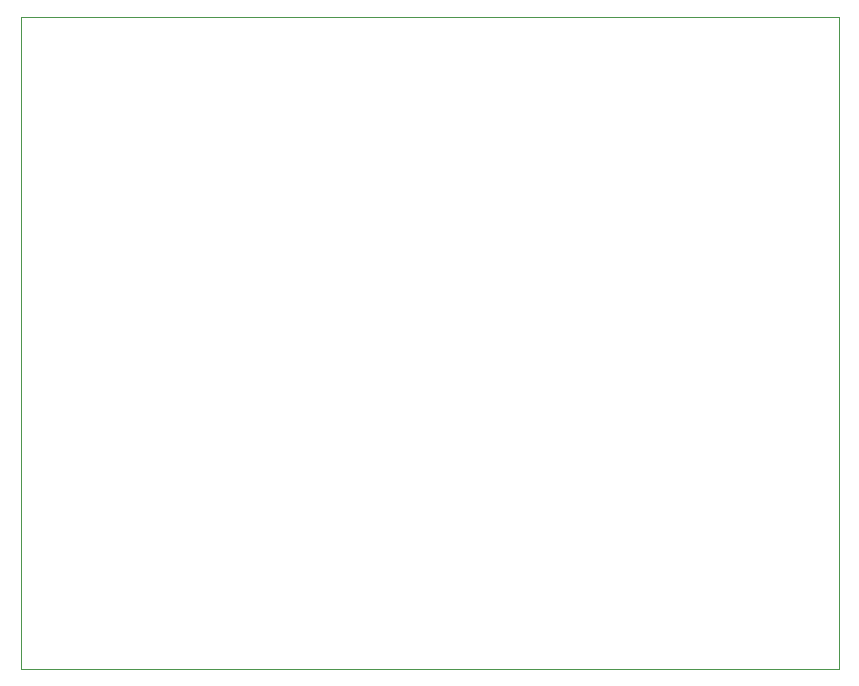
<source format=gbr>
%TF.GenerationSoftware,KiCad,Pcbnew,7.0.1*%
%TF.CreationDate,2023-05-07T00:29:05-04:00*%
%TF.ProjectId,integrated_joystick_dac,696e7465-6772-4617-9465-645f6a6f7973,rev?*%
%TF.SameCoordinates,Original*%
%TF.FileFunction,Profile,NP*%
%FSLAX46Y46*%
G04 Gerber Fmt 4.6, Leading zero omitted, Abs format (unit mm)*
G04 Created by KiCad (PCBNEW 7.0.1) date 2023-05-07 00:29:05*
%MOMM*%
%LPD*%
G01*
G04 APERTURE LIST*
%TA.AperFunction,Profile*%
%ADD10C,0.100000*%
%TD*%
G04 APERTURE END LIST*
D10*
X130175000Y-37465000D02*
X199390000Y-37465000D01*
X199390000Y-92710000D01*
X130175000Y-92710000D01*
X130175000Y-37465000D01*
M02*

</source>
